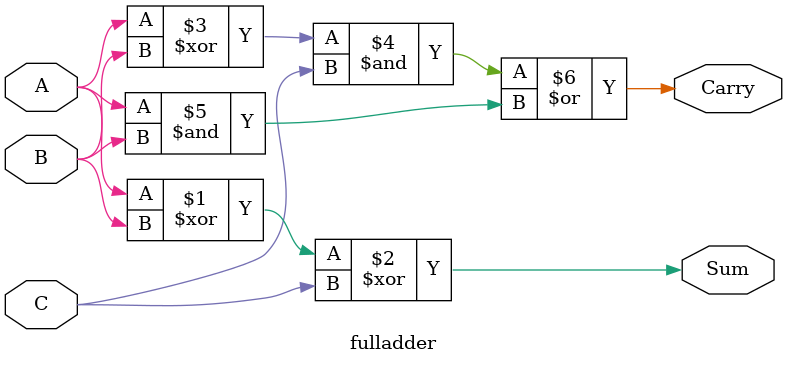
<source format=v>
module fulladder(A,B,C,Sum,Carry);
  input A,B,C;
  output Sum,Carry;
  assign Sum=(A^B)^C,Carry=(A^B)&C|(A&B);
endmodule
</source>
